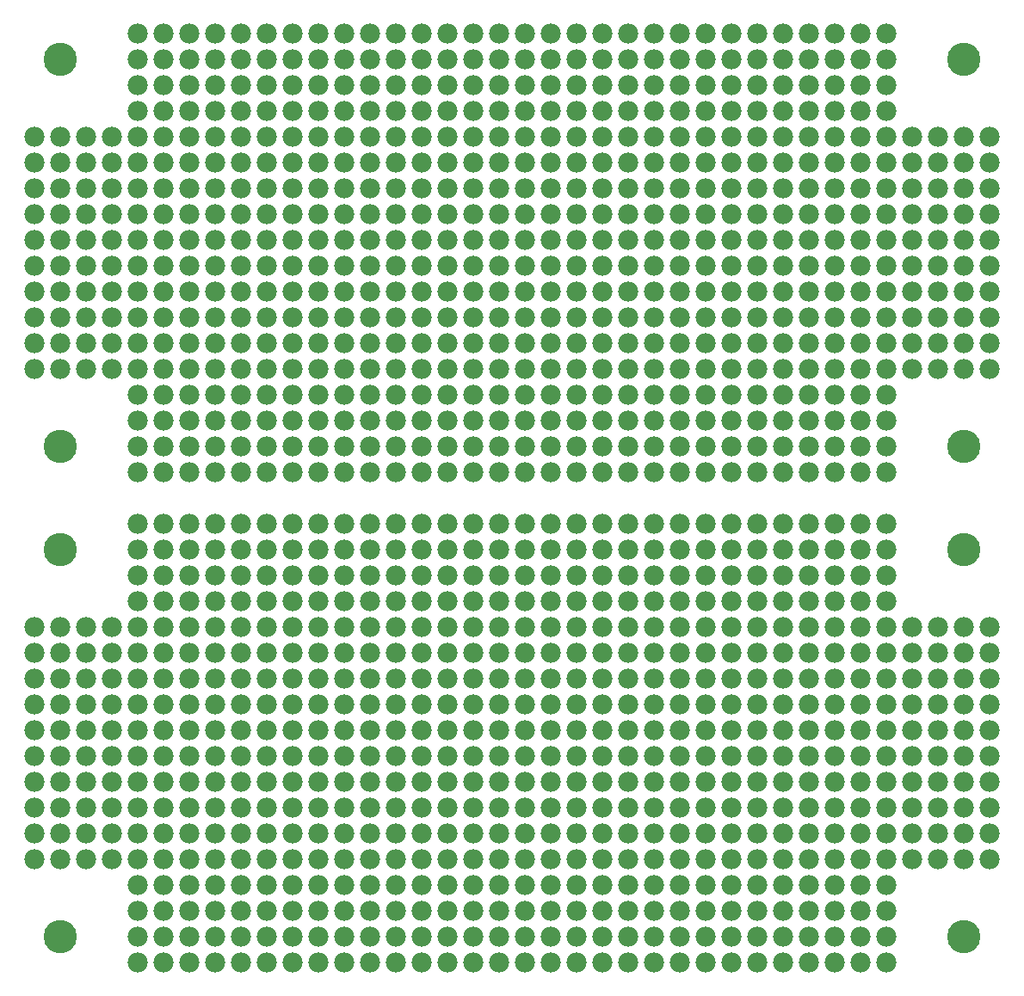
<source format=gbr>
G04 EAGLE Gerber RS-274X export*
G75*
%MOMM*%
%FSLAX34Y34*%
%LPD*%
%INSoldermask Bottom*%
%IPPOS*%
%AMOC8*
5,1,8,0,0,1.08239X$1,22.5*%
G01*
%ADD10C,3.276600*%
%ADD11C,1.981200*%


D10*
X939800Y914400D03*
X939800Y533400D03*
X50800Y914400D03*
X50800Y533400D03*
X939800Y431800D03*
X939800Y50800D03*
X50800Y431800D03*
X50800Y50800D03*
D11*
X25400Y838200D03*
X50800Y838200D03*
X76200Y838200D03*
X101600Y838200D03*
X127000Y838200D03*
X152400Y838200D03*
X177800Y838200D03*
X203200Y838200D03*
X228600Y838200D03*
X254000Y838200D03*
X279400Y838200D03*
X304800Y838200D03*
X330200Y838200D03*
X355600Y838200D03*
X381000Y838200D03*
X406400Y838200D03*
X431800Y838200D03*
X457200Y838200D03*
X482600Y838200D03*
X508000Y838200D03*
X533400Y838200D03*
X558800Y838200D03*
X584200Y838200D03*
X609600Y838200D03*
X635000Y838200D03*
X660400Y838200D03*
X685800Y838200D03*
X711200Y838200D03*
X736600Y838200D03*
X762000Y838200D03*
X787400Y838200D03*
X812800Y838200D03*
X838200Y838200D03*
X863600Y838200D03*
X889000Y838200D03*
X914400Y838200D03*
X939800Y838200D03*
X965200Y838200D03*
X127000Y863600D03*
X152400Y863600D03*
X177800Y863600D03*
X203200Y863600D03*
X228600Y863600D03*
X254000Y863600D03*
X279400Y863600D03*
X304800Y863600D03*
X330200Y863600D03*
X355600Y863600D03*
X381000Y863600D03*
X406400Y863600D03*
X431800Y863600D03*
X457200Y863600D03*
X482600Y863600D03*
X508000Y863600D03*
X533400Y863600D03*
X558800Y863600D03*
X584200Y863600D03*
X609600Y863600D03*
X635000Y863600D03*
X660400Y863600D03*
X685800Y863600D03*
X711200Y863600D03*
X736600Y863600D03*
X762000Y863600D03*
X787400Y863600D03*
X812800Y863600D03*
X838200Y863600D03*
X863600Y863600D03*
X127000Y889000D03*
X152400Y889000D03*
X177800Y889000D03*
X203200Y889000D03*
X228600Y889000D03*
X254000Y889000D03*
X279400Y889000D03*
X304800Y889000D03*
X330200Y889000D03*
X355600Y889000D03*
X381000Y889000D03*
X406400Y889000D03*
X431800Y889000D03*
X457200Y889000D03*
X482600Y889000D03*
X508000Y889000D03*
X533400Y889000D03*
X558800Y889000D03*
X584200Y889000D03*
X609600Y889000D03*
X635000Y889000D03*
X660400Y889000D03*
X685800Y889000D03*
X711200Y889000D03*
X736600Y889000D03*
X762000Y889000D03*
X787400Y889000D03*
X812800Y889000D03*
X838200Y889000D03*
X863600Y889000D03*
X127000Y914400D03*
X152400Y914400D03*
X177800Y914400D03*
X203200Y914400D03*
X228600Y914400D03*
X254000Y914400D03*
X279400Y914400D03*
X304800Y914400D03*
X330200Y914400D03*
X355600Y914400D03*
X381000Y914400D03*
X406400Y914400D03*
X431800Y914400D03*
X457200Y914400D03*
X482600Y914400D03*
X508000Y914400D03*
X533400Y914400D03*
X558800Y914400D03*
X584200Y914400D03*
X609600Y914400D03*
X635000Y914400D03*
X660400Y914400D03*
X685800Y914400D03*
X711200Y914400D03*
X736600Y914400D03*
X762000Y914400D03*
X787400Y914400D03*
X812800Y914400D03*
X838200Y914400D03*
X863600Y914400D03*
X127000Y939800D03*
X152400Y939800D03*
X177800Y939800D03*
X203200Y939800D03*
X228600Y939800D03*
X254000Y939800D03*
X279400Y939800D03*
X304800Y939800D03*
X330200Y939800D03*
X355600Y939800D03*
X381000Y939800D03*
X406400Y939800D03*
X431800Y939800D03*
X457200Y939800D03*
X482600Y939800D03*
X508000Y939800D03*
X533400Y939800D03*
X558800Y939800D03*
X584200Y939800D03*
X609600Y939800D03*
X635000Y939800D03*
X660400Y939800D03*
X685800Y939800D03*
X711200Y939800D03*
X736600Y939800D03*
X762000Y939800D03*
X787400Y939800D03*
X812800Y939800D03*
X838200Y939800D03*
X863600Y939800D03*
X25400Y812800D03*
X50800Y812800D03*
X76200Y812800D03*
X101600Y812800D03*
X127000Y812800D03*
X152400Y812800D03*
X177800Y812800D03*
X203200Y812800D03*
X228600Y812800D03*
X254000Y812800D03*
X279400Y812800D03*
X304800Y812800D03*
X330200Y812800D03*
X355600Y812800D03*
X381000Y812800D03*
X406400Y812800D03*
X431800Y812800D03*
X457200Y812800D03*
X482600Y812800D03*
X508000Y812800D03*
X533400Y812800D03*
X558800Y812800D03*
X584200Y812800D03*
X609600Y812800D03*
X635000Y812800D03*
X660400Y812800D03*
X685800Y812800D03*
X711200Y812800D03*
X736600Y812800D03*
X762000Y812800D03*
X787400Y812800D03*
X812800Y812800D03*
X838200Y812800D03*
X863600Y812800D03*
X889000Y812800D03*
X914400Y812800D03*
X939800Y812800D03*
X965200Y812800D03*
X25400Y787400D03*
X50800Y787400D03*
X76200Y787400D03*
X101600Y787400D03*
X127000Y787400D03*
X152400Y787400D03*
X177800Y787400D03*
X203200Y787400D03*
X228600Y787400D03*
X254000Y787400D03*
X279400Y787400D03*
X304800Y787400D03*
X330200Y787400D03*
X355600Y787400D03*
X381000Y787400D03*
X406400Y787400D03*
X431800Y787400D03*
X457200Y787400D03*
X482600Y787400D03*
X508000Y787400D03*
X533400Y787400D03*
X558800Y787400D03*
X584200Y787400D03*
X609600Y787400D03*
X635000Y787400D03*
X660400Y787400D03*
X685800Y787400D03*
X711200Y787400D03*
X736600Y787400D03*
X762000Y787400D03*
X787400Y787400D03*
X812800Y787400D03*
X838200Y787400D03*
X863600Y787400D03*
X889000Y787400D03*
X914400Y787400D03*
X939800Y787400D03*
X965200Y787400D03*
X25400Y762000D03*
X50800Y762000D03*
X76200Y762000D03*
X101600Y762000D03*
X127000Y762000D03*
X152400Y762000D03*
X177800Y762000D03*
X203200Y762000D03*
X228600Y762000D03*
X254000Y762000D03*
X279400Y762000D03*
X304800Y762000D03*
X330200Y762000D03*
X355600Y762000D03*
X381000Y762000D03*
X406400Y762000D03*
X431800Y762000D03*
X457200Y762000D03*
X482600Y762000D03*
X508000Y762000D03*
X533400Y762000D03*
X558800Y762000D03*
X584200Y762000D03*
X609600Y762000D03*
X635000Y762000D03*
X660400Y762000D03*
X685800Y762000D03*
X711200Y762000D03*
X736600Y762000D03*
X762000Y762000D03*
X787400Y762000D03*
X812800Y762000D03*
X838200Y762000D03*
X863600Y762000D03*
X889000Y762000D03*
X914400Y762000D03*
X939800Y762000D03*
X965200Y762000D03*
X25400Y736600D03*
X50800Y736600D03*
X76200Y736600D03*
X101600Y736600D03*
X127000Y736600D03*
X152400Y736600D03*
X177800Y736600D03*
X203200Y736600D03*
X228600Y736600D03*
X254000Y736600D03*
X279400Y736600D03*
X304800Y736600D03*
X330200Y736600D03*
X355600Y736600D03*
X381000Y736600D03*
X406400Y736600D03*
X431800Y736600D03*
X457200Y736600D03*
X482600Y736600D03*
X508000Y736600D03*
X533400Y736600D03*
X558800Y736600D03*
X584200Y736600D03*
X609600Y736600D03*
X635000Y736600D03*
X660400Y736600D03*
X685800Y736600D03*
X711200Y736600D03*
X736600Y736600D03*
X762000Y736600D03*
X787400Y736600D03*
X812800Y736600D03*
X838200Y736600D03*
X863600Y736600D03*
X889000Y736600D03*
X914400Y736600D03*
X939800Y736600D03*
X965200Y736600D03*
X25400Y711200D03*
X50800Y711200D03*
X76200Y711200D03*
X101600Y711200D03*
X127000Y711200D03*
X152400Y711200D03*
X177800Y711200D03*
X203200Y711200D03*
X228600Y711200D03*
X254000Y711200D03*
X279400Y711200D03*
X304800Y711200D03*
X330200Y711200D03*
X355600Y711200D03*
X381000Y711200D03*
X406400Y711200D03*
X431800Y711200D03*
X457200Y711200D03*
X482600Y711200D03*
X508000Y711200D03*
X533400Y711200D03*
X558800Y711200D03*
X584200Y711200D03*
X609600Y711200D03*
X635000Y711200D03*
X660400Y711200D03*
X685800Y711200D03*
X711200Y711200D03*
X736600Y711200D03*
X762000Y711200D03*
X787400Y711200D03*
X812800Y711200D03*
X838200Y711200D03*
X863600Y711200D03*
X889000Y711200D03*
X914400Y711200D03*
X939800Y711200D03*
X965200Y711200D03*
X25400Y685800D03*
X50800Y685800D03*
X76200Y685800D03*
X101600Y685800D03*
X127000Y685800D03*
X152400Y685800D03*
X177800Y685800D03*
X203200Y685800D03*
X228600Y685800D03*
X254000Y685800D03*
X279400Y685800D03*
X304800Y685800D03*
X330200Y685800D03*
X355600Y685800D03*
X381000Y685800D03*
X406400Y685800D03*
X431800Y685800D03*
X457200Y685800D03*
X482600Y685800D03*
X508000Y685800D03*
X533400Y685800D03*
X558800Y685800D03*
X584200Y685800D03*
X609600Y685800D03*
X635000Y685800D03*
X660400Y685800D03*
X685800Y685800D03*
X711200Y685800D03*
X736600Y685800D03*
X762000Y685800D03*
X787400Y685800D03*
X812800Y685800D03*
X838200Y685800D03*
X863600Y685800D03*
X889000Y685800D03*
X914400Y685800D03*
X939800Y685800D03*
X965200Y685800D03*
X25400Y660400D03*
X50800Y660400D03*
X76200Y660400D03*
X101600Y660400D03*
X127000Y660400D03*
X152400Y660400D03*
X177800Y660400D03*
X203200Y660400D03*
X228600Y660400D03*
X254000Y660400D03*
X279400Y660400D03*
X304800Y660400D03*
X330200Y660400D03*
X355600Y660400D03*
X381000Y660400D03*
X406400Y660400D03*
X431800Y660400D03*
X457200Y660400D03*
X482600Y660400D03*
X508000Y660400D03*
X533400Y660400D03*
X558800Y660400D03*
X584200Y660400D03*
X609600Y660400D03*
X635000Y660400D03*
X660400Y660400D03*
X685800Y660400D03*
X711200Y660400D03*
X736600Y660400D03*
X762000Y660400D03*
X787400Y660400D03*
X812800Y660400D03*
X838200Y660400D03*
X863600Y660400D03*
X889000Y660400D03*
X914400Y660400D03*
X939800Y660400D03*
X965200Y660400D03*
X25400Y635000D03*
X50800Y635000D03*
X76200Y635000D03*
X101600Y635000D03*
X127000Y635000D03*
X152400Y635000D03*
X177800Y635000D03*
X203200Y635000D03*
X228600Y635000D03*
X254000Y635000D03*
X279400Y635000D03*
X304800Y635000D03*
X330200Y635000D03*
X355600Y635000D03*
X381000Y635000D03*
X406400Y635000D03*
X431800Y635000D03*
X457200Y635000D03*
X482600Y635000D03*
X508000Y635000D03*
X533400Y635000D03*
X558800Y635000D03*
X584200Y635000D03*
X609600Y635000D03*
X635000Y635000D03*
X660400Y635000D03*
X685800Y635000D03*
X711200Y635000D03*
X736600Y635000D03*
X762000Y635000D03*
X787400Y635000D03*
X812800Y635000D03*
X838200Y635000D03*
X863600Y635000D03*
X889000Y635000D03*
X914400Y635000D03*
X939800Y635000D03*
X965200Y635000D03*
X25400Y609600D03*
X50800Y609600D03*
X76200Y609600D03*
X101600Y609600D03*
X127000Y609600D03*
X152400Y609600D03*
X177800Y609600D03*
X203200Y609600D03*
X228600Y609600D03*
X254000Y609600D03*
X279400Y609600D03*
X304800Y609600D03*
X330200Y609600D03*
X355600Y609600D03*
X381000Y609600D03*
X406400Y609600D03*
X431800Y609600D03*
X457200Y609600D03*
X482600Y609600D03*
X508000Y609600D03*
X533400Y609600D03*
X558800Y609600D03*
X584200Y609600D03*
X609600Y609600D03*
X635000Y609600D03*
X660400Y609600D03*
X685800Y609600D03*
X711200Y609600D03*
X736600Y609600D03*
X762000Y609600D03*
X787400Y609600D03*
X812800Y609600D03*
X838200Y609600D03*
X863600Y609600D03*
X889000Y609600D03*
X914400Y609600D03*
X939800Y609600D03*
X965200Y609600D03*
X127000Y508000D03*
X152400Y508000D03*
X177800Y508000D03*
X203200Y508000D03*
X228600Y508000D03*
X254000Y508000D03*
X279400Y508000D03*
X304800Y508000D03*
X330200Y508000D03*
X355600Y508000D03*
X381000Y508000D03*
X406400Y508000D03*
X431800Y508000D03*
X457200Y508000D03*
X482600Y508000D03*
X508000Y508000D03*
X533400Y508000D03*
X558800Y508000D03*
X584200Y508000D03*
X609600Y508000D03*
X635000Y508000D03*
X660400Y508000D03*
X685800Y508000D03*
X711200Y508000D03*
X736600Y508000D03*
X762000Y508000D03*
X787400Y508000D03*
X812800Y508000D03*
X838200Y508000D03*
X863600Y508000D03*
X127000Y533400D03*
X152400Y533400D03*
X177800Y533400D03*
X203200Y533400D03*
X228600Y533400D03*
X254000Y533400D03*
X279400Y533400D03*
X304800Y533400D03*
X330200Y533400D03*
X355600Y533400D03*
X381000Y533400D03*
X406400Y533400D03*
X431800Y533400D03*
X457200Y533400D03*
X482600Y533400D03*
X508000Y533400D03*
X533400Y533400D03*
X558800Y533400D03*
X584200Y533400D03*
X609600Y533400D03*
X635000Y533400D03*
X660400Y533400D03*
X685800Y533400D03*
X711200Y533400D03*
X736600Y533400D03*
X762000Y533400D03*
X787400Y533400D03*
X812800Y533400D03*
X838200Y533400D03*
X863600Y533400D03*
X127000Y558800D03*
X152400Y558800D03*
X177800Y558800D03*
X203200Y558800D03*
X228600Y558800D03*
X254000Y558800D03*
X279400Y558800D03*
X304800Y558800D03*
X330200Y558800D03*
X355600Y558800D03*
X381000Y558800D03*
X406400Y558800D03*
X431800Y558800D03*
X457200Y558800D03*
X482600Y558800D03*
X508000Y558800D03*
X533400Y558800D03*
X558800Y558800D03*
X584200Y558800D03*
X609600Y558800D03*
X635000Y558800D03*
X660400Y558800D03*
X685800Y558800D03*
X711200Y558800D03*
X736600Y558800D03*
X762000Y558800D03*
X787400Y558800D03*
X812800Y558800D03*
X838200Y558800D03*
X863600Y558800D03*
X127000Y584200D03*
X152400Y584200D03*
X177800Y584200D03*
X203200Y584200D03*
X228600Y584200D03*
X254000Y584200D03*
X279400Y584200D03*
X304800Y584200D03*
X330200Y584200D03*
X355600Y584200D03*
X381000Y584200D03*
X406400Y584200D03*
X431800Y584200D03*
X457200Y584200D03*
X482600Y584200D03*
X508000Y584200D03*
X533400Y584200D03*
X558800Y584200D03*
X584200Y584200D03*
X609600Y584200D03*
X635000Y584200D03*
X660400Y584200D03*
X685800Y584200D03*
X711200Y584200D03*
X736600Y584200D03*
X762000Y584200D03*
X787400Y584200D03*
X812800Y584200D03*
X838200Y584200D03*
X863600Y584200D03*
X25400Y355600D03*
X50800Y355600D03*
X76200Y355600D03*
X101600Y355600D03*
X127000Y355600D03*
X152400Y355600D03*
X177800Y355600D03*
X203200Y355600D03*
X228600Y355600D03*
X254000Y355600D03*
X279400Y355600D03*
X304800Y355600D03*
X330200Y355600D03*
X355600Y355600D03*
X381000Y355600D03*
X406400Y355600D03*
X431800Y355600D03*
X457200Y355600D03*
X482600Y355600D03*
X508000Y355600D03*
X533400Y355600D03*
X558800Y355600D03*
X584200Y355600D03*
X609600Y355600D03*
X635000Y355600D03*
X660400Y355600D03*
X685800Y355600D03*
X711200Y355600D03*
X736600Y355600D03*
X762000Y355600D03*
X787400Y355600D03*
X812800Y355600D03*
X838200Y355600D03*
X863600Y355600D03*
X889000Y355600D03*
X914400Y355600D03*
X939800Y355600D03*
X965200Y355600D03*
X127000Y381000D03*
X152400Y381000D03*
X177800Y381000D03*
X203200Y381000D03*
X228600Y381000D03*
X254000Y381000D03*
X279400Y381000D03*
X304800Y381000D03*
X330200Y381000D03*
X355600Y381000D03*
X381000Y381000D03*
X406400Y381000D03*
X431800Y381000D03*
X457200Y381000D03*
X482600Y381000D03*
X508000Y381000D03*
X533400Y381000D03*
X558800Y381000D03*
X584200Y381000D03*
X609600Y381000D03*
X635000Y381000D03*
X660400Y381000D03*
X685800Y381000D03*
X711200Y381000D03*
X736600Y381000D03*
X762000Y381000D03*
X787400Y381000D03*
X812800Y381000D03*
X838200Y381000D03*
X863600Y381000D03*
X127000Y406400D03*
X152400Y406400D03*
X177800Y406400D03*
X203200Y406400D03*
X228600Y406400D03*
X254000Y406400D03*
X279400Y406400D03*
X304800Y406400D03*
X330200Y406400D03*
X355600Y406400D03*
X381000Y406400D03*
X406400Y406400D03*
X431800Y406400D03*
X457200Y406400D03*
X482600Y406400D03*
X508000Y406400D03*
X533400Y406400D03*
X558800Y406400D03*
X584200Y406400D03*
X609600Y406400D03*
X635000Y406400D03*
X660400Y406400D03*
X685800Y406400D03*
X711200Y406400D03*
X736600Y406400D03*
X762000Y406400D03*
X787400Y406400D03*
X812800Y406400D03*
X838200Y406400D03*
X863600Y406400D03*
X127000Y431800D03*
X152400Y431800D03*
X177800Y431800D03*
X203200Y431800D03*
X228600Y431800D03*
X254000Y431800D03*
X279400Y431800D03*
X304800Y431800D03*
X330200Y431800D03*
X355600Y431800D03*
X381000Y431800D03*
X406400Y431800D03*
X431800Y431800D03*
X457200Y431800D03*
X482600Y431800D03*
X508000Y431800D03*
X533400Y431800D03*
X558800Y431800D03*
X584200Y431800D03*
X609600Y431800D03*
X635000Y431800D03*
X660400Y431800D03*
X685800Y431800D03*
X711200Y431800D03*
X736600Y431800D03*
X762000Y431800D03*
X787400Y431800D03*
X812800Y431800D03*
X838200Y431800D03*
X863600Y431800D03*
X127000Y457200D03*
X152400Y457200D03*
X177800Y457200D03*
X203200Y457200D03*
X228600Y457200D03*
X254000Y457200D03*
X279400Y457200D03*
X304800Y457200D03*
X330200Y457200D03*
X355600Y457200D03*
X381000Y457200D03*
X406400Y457200D03*
X431800Y457200D03*
X457200Y457200D03*
X482600Y457200D03*
X508000Y457200D03*
X533400Y457200D03*
X558800Y457200D03*
X584200Y457200D03*
X609600Y457200D03*
X635000Y457200D03*
X660400Y457200D03*
X685800Y457200D03*
X711200Y457200D03*
X736600Y457200D03*
X762000Y457200D03*
X787400Y457200D03*
X812800Y457200D03*
X838200Y457200D03*
X863600Y457200D03*
X25400Y330200D03*
X50800Y330200D03*
X76200Y330200D03*
X101600Y330200D03*
X127000Y330200D03*
X152400Y330200D03*
X177800Y330200D03*
X203200Y330200D03*
X228600Y330200D03*
X254000Y330200D03*
X279400Y330200D03*
X304800Y330200D03*
X330200Y330200D03*
X355600Y330200D03*
X381000Y330200D03*
X406400Y330200D03*
X431800Y330200D03*
X457200Y330200D03*
X482600Y330200D03*
X508000Y330200D03*
X533400Y330200D03*
X558800Y330200D03*
X584200Y330200D03*
X609600Y330200D03*
X635000Y330200D03*
X660400Y330200D03*
X685800Y330200D03*
X711200Y330200D03*
X736600Y330200D03*
X762000Y330200D03*
X787400Y330200D03*
X812800Y330200D03*
X838200Y330200D03*
X863600Y330200D03*
X889000Y330200D03*
X914400Y330200D03*
X939800Y330200D03*
X965200Y330200D03*
X25400Y304800D03*
X50800Y304800D03*
X76200Y304800D03*
X101600Y304800D03*
X127000Y304800D03*
X152400Y304800D03*
X177800Y304800D03*
X203200Y304800D03*
X228600Y304800D03*
X254000Y304800D03*
X279400Y304800D03*
X304800Y304800D03*
X330200Y304800D03*
X355600Y304800D03*
X381000Y304800D03*
X406400Y304800D03*
X431800Y304800D03*
X457200Y304800D03*
X482600Y304800D03*
X508000Y304800D03*
X533400Y304800D03*
X558800Y304800D03*
X584200Y304800D03*
X609600Y304800D03*
X635000Y304800D03*
X660400Y304800D03*
X685800Y304800D03*
X711200Y304800D03*
X736600Y304800D03*
X762000Y304800D03*
X787400Y304800D03*
X812800Y304800D03*
X838200Y304800D03*
X863600Y304800D03*
X889000Y304800D03*
X914400Y304800D03*
X939800Y304800D03*
X965200Y304800D03*
X25400Y279400D03*
X50800Y279400D03*
X76200Y279400D03*
X101600Y279400D03*
X127000Y279400D03*
X152400Y279400D03*
X177800Y279400D03*
X203200Y279400D03*
X228600Y279400D03*
X254000Y279400D03*
X279400Y279400D03*
X304800Y279400D03*
X330200Y279400D03*
X355600Y279400D03*
X381000Y279400D03*
X406400Y279400D03*
X431800Y279400D03*
X457200Y279400D03*
X482600Y279400D03*
X508000Y279400D03*
X533400Y279400D03*
X558800Y279400D03*
X584200Y279400D03*
X609600Y279400D03*
X635000Y279400D03*
X660400Y279400D03*
X685800Y279400D03*
X711200Y279400D03*
X736600Y279400D03*
X762000Y279400D03*
X787400Y279400D03*
X812800Y279400D03*
X838200Y279400D03*
X863600Y279400D03*
X889000Y279400D03*
X914400Y279400D03*
X939800Y279400D03*
X965200Y279400D03*
X25400Y254000D03*
X50800Y254000D03*
X76200Y254000D03*
X101600Y254000D03*
X127000Y254000D03*
X152400Y254000D03*
X177800Y254000D03*
X203200Y254000D03*
X228600Y254000D03*
X254000Y254000D03*
X279400Y254000D03*
X304800Y254000D03*
X330200Y254000D03*
X355600Y254000D03*
X381000Y254000D03*
X406400Y254000D03*
X431800Y254000D03*
X457200Y254000D03*
X482600Y254000D03*
X508000Y254000D03*
X533400Y254000D03*
X558800Y254000D03*
X584200Y254000D03*
X609600Y254000D03*
X635000Y254000D03*
X660400Y254000D03*
X685800Y254000D03*
X711200Y254000D03*
X736600Y254000D03*
X762000Y254000D03*
X787400Y254000D03*
X812800Y254000D03*
X838200Y254000D03*
X863600Y254000D03*
X889000Y254000D03*
X914400Y254000D03*
X939800Y254000D03*
X965200Y254000D03*
X25400Y228600D03*
X50800Y228600D03*
X76200Y228600D03*
X101600Y228600D03*
X127000Y228600D03*
X152400Y228600D03*
X177800Y228600D03*
X203200Y228600D03*
X228600Y228600D03*
X254000Y228600D03*
X279400Y228600D03*
X304800Y228600D03*
X330200Y228600D03*
X355600Y228600D03*
X381000Y228600D03*
X406400Y228600D03*
X431800Y228600D03*
X457200Y228600D03*
X482600Y228600D03*
X508000Y228600D03*
X533400Y228600D03*
X558800Y228600D03*
X584200Y228600D03*
X609600Y228600D03*
X635000Y228600D03*
X660400Y228600D03*
X685800Y228600D03*
X711200Y228600D03*
X736600Y228600D03*
X762000Y228600D03*
X787400Y228600D03*
X812800Y228600D03*
X838200Y228600D03*
X863600Y228600D03*
X889000Y228600D03*
X914400Y228600D03*
X939800Y228600D03*
X965200Y228600D03*
X25400Y203200D03*
X50800Y203200D03*
X76200Y203200D03*
X101600Y203200D03*
X127000Y203200D03*
X152400Y203200D03*
X177800Y203200D03*
X203200Y203200D03*
X228600Y203200D03*
X254000Y203200D03*
X279400Y203200D03*
X304800Y203200D03*
X330200Y203200D03*
X355600Y203200D03*
X381000Y203200D03*
X406400Y203200D03*
X431800Y203200D03*
X457200Y203200D03*
X482600Y203200D03*
X508000Y203200D03*
X533400Y203200D03*
X558800Y203200D03*
X584200Y203200D03*
X609600Y203200D03*
X635000Y203200D03*
X660400Y203200D03*
X685800Y203200D03*
X711200Y203200D03*
X736600Y203200D03*
X762000Y203200D03*
X787400Y203200D03*
X812800Y203200D03*
X838200Y203200D03*
X863600Y203200D03*
X889000Y203200D03*
X914400Y203200D03*
X939800Y203200D03*
X965200Y203200D03*
X25400Y177800D03*
X50800Y177800D03*
X76200Y177800D03*
X101600Y177800D03*
X127000Y177800D03*
X152400Y177800D03*
X177800Y177800D03*
X203200Y177800D03*
X228600Y177800D03*
X254000Y177800D03*
X279400Y177800D03*
X304800Y177800D03*
X330200Y177800D03*
X355600Y177800D03*
X381000Y177800D03*
X406400Y177800D03*
X431800Y177800D03*
X457200Y177800D03*
X482600Y177800D03*
X508000Y177800D03*
X533400Y177800D03*
X558800Y177800D03*
X584200Y177800D03*
X609600Y177800D03*
X635000Y177800D03*
X660400Y177800D03*
X685800Y177800D03*
X711200Y177800D03*
X736600Y177800D03*
X762000Y177800D03*
X787400Y177800D03*
X812800Y177800D03*
X838200Y177800D03*
X863600Y177800D03*
X889000Y177800D03*
X914400Y177800D03*
X939800Y177800D03*
X965200Y177800D03*
X25400Y152400D03*
X50800Y152400D03*
X76200Y152400D03*
X101600Y152400D03*
X127000Y152400D03*
X152400Y152400D03*
X177800Y152400D03*
X203200Y152400D03*
X228600Y152400D03*
X254000Y152400D03*
X279400Y152400D03*
X304800Y152400D03*
X330200Y152400D03*
X355600Y152400D03*
X381000Y152400D03*
X406400Y152400D03*
X431800Y152400D03*
X457200Y152400D03*
X482600Y152400D03*
X508000Y152400D03*
X533400Y152400D03*
X558800Y152400D03*
X584200Y152400D03*
X609600Y152400D03*
X635000Y152400D03*
X660400Y152400D03*
X685800Y152400D03*
X711200Y152400D03*
X736600Y152400D03*
X762000Y152400D03*
X787400Y152400D03*
X812800Y152400D03*
X838200Y152400D03*
X863600Y152400D03*
X889000Y152400D03*
X914400Y152400D03*
X939800Y152400D03*
X965200Y152400D03*
X25400Y127000D03*
X50800Y127000D03*
X76200Y127000D03*
X101600Y127000D03*
X127000Y127000D03*
X152400Y127000D03*
X177800Y127000D03*
X203200Y127000D03*
X228600Y127000D03*
X254000Y127000D03*
X279400Y127000D03*
X304800Y127000D03*
X330200Y127000D03*
X355600Y127000D03*
X381000Y127000D03*
X406400Y127000D03*
X431800Y127000D03*
X457200Y127000D03*
X482600Y127000D03*
X508000Y127000D03*
X533400Y127000D03*
X558800Y127000D03*
X584200Y127000D03*
X609600Y127000D03*
X635000Y127000D03*
X660400Y127000D03*
X685800Y127000D03*
X711200Y127000D03*
X736600Y127000D03*
X762000Y127000D03*
X787400Y127000D03*
X812800Y127000D03*
X838200Y127000D03*
X863600Y127000D03*
X889000Y127000D03*
X914400Y127000D03*
X939800Y127000D03*
X965200Y127000D03*
X127000Y25400D03*
X152400Y25400D03*
X177800Y25400D03*
X203200Y25400D03*
X228600Y25400D03*
X254000Y25400D03*
X279400Y25400D03*
X304800Y25400D03*
X330200Y25400D03*
X355600Y25400D03*
X381000Y25400D03*
X406400Y25400D03*
X431800Y25400D03*
X457200Y25400D03*
X482600Y25400D03*
X508000Y25400D03*
X533400Y25400D03*
X558800Y25400D03*
X584200Y25400D03*
X609600Y25400D03*
X635000Y25400D03*
X660400Y25400D03*
X685800Y25400D03*
X711200Y25400D03*
X736600Y25400D03*
X762000Y25400D03*
X787400Y25400D03*
X812800Y25400D03*
X838200Y25400D03*
X863600Y25400D03*
X127000Y50800D03*
X152400Y50800D03*
X177800Y50800D03*
X203200Y50800D03*
X228600Y50800D03*
X254000Y50800D03*
X279400Y50800D03*
X304800Y50800D03*
X330200Y50800D03*
X355600Y50800D03*
X381000Y50800D03*
X406400Y50800D03*
X431800Y50800D03*
X457200Y50800D03*
X482600Y50800D03*
X508000Y50800D03*
X533400Y50800D03*
X558800Y50800D03*
X584200Y50800D03*
X609600Y50800D03*
X635000Y50800D03*
X660400Y50800D03*
X685800Y50800D03*
X711200Y50800D03*
X736600Y50800D03*
X762000Y50800D03*
X787400Y50800D03*
X812800Y50800D03*
X838200Y50800D03*
X863600Y50800D03*
X127000Y76200D03*
X152400Y76200D03*
X177800Y76200D03*
X203200Y76200D03*
X228600Y76200D03*
X254000Y76200D03*
X279400Y76200D03*
X304800Y76200D03*
X330200Y76200D03*
X355600Y76200D03*
X381000Y76200D03*
X406400Y76200D03*
X431800Y76200D03*
X457200Y76200D03*
X482600Y76200D03*
X508000Y76200D03*
X533400Y76200D03*
X558800Y76200D03*
X584200Y76200D03*
X609600Y76200D03*
X635000Y76200D03*
X660400Y76200D03*
X685800Y76200D03*
X711200Y76200D03*
X736600Y76200D03*
X762000Y76200D03*
X787400Y76200D03*
X812800Y76200D03*
X838200Y76200D03*
X863600Y76200D03*
X127000Y101600D03*
X152400Y101600D03*
X177800Y101600D03*
X203200Y101600D03*
X228600Y101600D03*
X254000Y101600D03*
X279400Y101600D03*
X304800Y101600D03*
X330200Y101600D03*
X355600Y101600D03*
X381000Y101600D03*
X406400Y101600D03*
X431800Y101600D03*
X457200Y101600D03*
X482600Y101600D03*
X508000Y101600D03*
X533400Y101600D03*
X558800Y101600D03*
X584200Y101600D03*
X609600Y101600D03*
X635000Y101600D03*
X660400Y101600D03*
X685800Y101600D03*
X711200Y101600D03*
X736600Y101600D03*
X762000Y101600D03*
X787400Y101600D03*
X812800Y101600D03*
X838200Y101600D03*
X863600Y101600D03*
M02*

</source>
